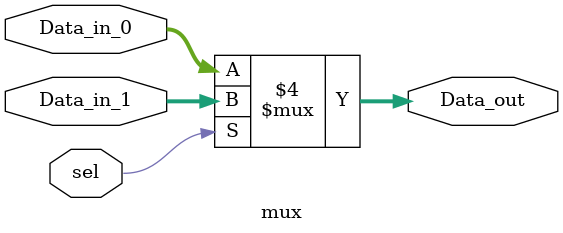
<source format=v>
module mux(Data_in_0, Data_in_1, sel, Data_out);

	input [31:0] Data_in_0;
	input [31:0] Data_in_1;
	input sel;
	output reg [31:0] Data_out;

	always @(Data_in_0,Data_in_1,sel)
	begin
		if(sel == 1'b0) 
			Data_out = Data_in_0;
		else
			Data_out = Data_in_1;
	end
endmodule

</source>
